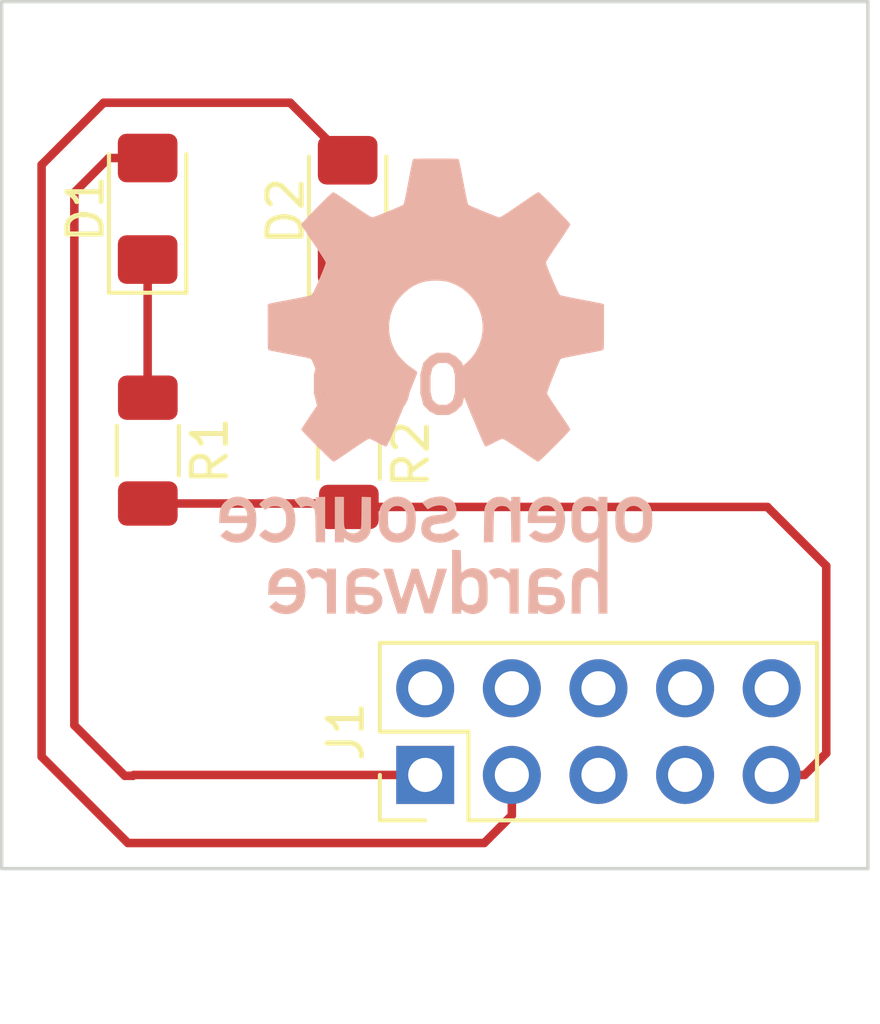
<source format=kicad_pcb>
(kicad_pcb (version 20211014) (generator pcbnew)
  (layers (0 "F.Cu" signal) (31 "B.Cu" signal) (34 "B.Paste" user) (35 "F.Paste" user) (36 "B.SilkS" user "B.Silkscreen") (37 "F.SilkS" user "F.Silkscreen") (38 "B.Mask" user) (39 "F.Mask" user) (44 "Edge.Cuts" user))
  (net 0 "")
  (net 1 "Net-(D1-Pad1)")
  (net 2 "Net-(D1-Pad2)")
  (net 3 "Net-(D2-Pad1)")
  (net 4 "Net-(D2-Pad2)")
  (net 11 "Net-(R1-Pad2)")
  (footprint "Resistor_SMD:R_1206_3216Metric_Pad1.30x1.75mm_HandSolder" (layer "F.Cu") (at 123.665 81.7325 -90)
    (fp_text reference "R1" (at 0 -1.82 90) (layer "F.SilkS"))
    (fp_text value "100")
    (pad "1" smd roundrect (at -1.55 0 270) (size 1.3 1.75) (layers "F.Cu" "F.Paste" "F.Mask") (roundrect_rratio 0.192308) (net 1 "Net-(D1-Pad1)"))
    (pad "2" smd roundrect (at 1.55 0 270) (size 1.3 1.75) (layers "F.Cu" "F.Paste" "F.Mask") (roundrect_rratio 0.192308) (net 11 "Net-(R1-Pad2)"))
  )
  (footprint "Resistor_SMD:R_1206_3216Metric_Pad1.30x1.75mm_HandSolder" (layer "F.Cu") (at 129.56 81.8325 -90)
    (fp_text reference "R2" (at 0 -1.82 90) (layer "F.SilkS"))
    (fp_text value "100")
    (pad "1" smd roundrect (at -1.55 0 270) (size 1.3 1.75) (layers "F.Cu" "F.Paste" "F.Mask") (roundrect_rratio 0.192308) (net 3 "Net-(D2-Pad1)"))
    (pad "2" smd roundrect (at 1.55 0 270) (size 1.3 1.75) (layers "F.Cu" "F.Paste" "F.Mask") (roundrect_rratio 0.192308) (net 11 "Net-(R1-Pad2)"))
  )
  (footprint "LED_SMD:LED_1206_3216Metric_Pad1.42x1.75mm_HandSolder" (layer "F.Cu") (at 123.66 74.6475 90)
    (fp_text reference "D1" (at 0 -1.82 90) (layer "F.SilkS"))
    (fp_text value "LED")
    (pad "1" smd roundrect (at -1.4875 0 90) (size 1.425 1.75) (layers "F.Cu" "F.Paste" "F.Mask") (roundrect_rratio 0.175439) (net 1 "Net-(D1-Pad1)"))
    (pad "2" smd roundrect (at 1.4875 0 90) (size 1.425 1.75) (layers "F.Cu" "F.Paste" "F.Mask") (roundrect_rratio 0.175439) (net 2 "Net-(D1-Pad2)"))
  )
  (footprint "Connector_PinHeader_2.54mm:PinHeader_2x05_P2.54mm_Vertical" (layer "F.Cu") (at 131.8 91.235 90)
    (fp_text reference "J1" (at 1.27 -2.33 90) (layer "F.SilkS"))
    (fp_text value "Conn_02x05_Odd_Even")
    (pad "1" thru_hole rect (at 0 0 90) (size 1.7 1.7) (drill 1) (layers *.Cu *.Mask) (net 2 "Net-(D1-Pad2)"))
    (pad "2" thru_hole oval (at 2.54 0 90) (size 1.7 1.7) (drill 1) (layers *.Cu *.Mask))
    (pad "3" thru_hole oval (at 0 2.54 90) (size 1.7 1.7) (drill 1) (layers *.Cu *.Mask) (net 4 "Net-(D2-Pad2)"))
    (pad "4" thru_hole oval (at 2.54 2.54 90) (size 1.7 1.7) (drill 1) (layers *.Cu *.Mask))
    (pad "5" thru_hole oval (at 0 5.08 90) (size 1.7 1.7) (drill 1) (layers *.Cu *.Mask))
    (pad "6" thru_hole oval (at 2.54 5.08 90) (size 1.7 1.7) (drill 1) (layers *.Cu *.Mask))
    (pad "7" thru_hole oval (at 0 7.62 90) (size 1.7 1.7) (drill 1) (layers *.Cu *.Mask))
    (pad "8" thru_hole oval (at 2.54 7.62 90) (size 1.7 1.7) (drill 1) (layers *.Cu *.Mask))
    (pad "9" thru_hole oval (at 0 10.16 90) (size 1.7 1.7) (drill 1) (layers *.Cu *.Mask) (net 11 "Net-(R1-Pad2)"))
    (pad "10" thru_hole oval (at 2.54 10.16 90) (size 1.7 1.7) (drill 1) (layers *.Cu *.Mask))
  )
  (footprint "LED_SMD:LED_1206_3216Metric_Pad1.42x1.75mm_HandSolder" (layer "F.Cu") (at 129.525 74.7125 90)
    (fp_text reference "D2" (at 0 -1.82 90) (layer "F.SilkS"))
    (fp_text value "LED")
    (pad "1" smd roundrect (at -1.4875 0 90) (size 1.425 1.75) (layers "F.Cu" "F.Paste" "F.Mask") (roundrect_rratio 0.175439) (net 3 "Net-(D2-Pad1)"))
    (pad "2" smd roundrect (at 1.4875 0 90) (size 1.425 1.75) (layers "F.Cu" "F.Paste" "F.Mask") (roundrect_rratio 0.175439) (net 4 "Net-(D2-Pad2)"))
  )
  (footprint "LOGO" (layer "B.Cu") (at 132.12 79.85 180)
    (fp_text reference "G***" hide)
    (fp_text value "LOGO" (at 0.75 0) (layer "B.SilkS") (effects (font (size 1.524 1.524) (thickness 0.3)) (justify mirror)))
  )
  (gr_line (start 144.78 93.98) (end 144.78 68.58) (layer "Edge.Cuts") (width 0.1))
  (gr_line (start 119.38 68.58) (end 119.38 93.98) (layer "Edge.Cuts") (width 0.1))
  (gr_line (start 144.78 68.58) (end 119.38 68.58) (layer "Edge.Cuts") (width 0.1))
  (gr_line (start 119.38 93.98) (end 144.78 93.98) (layer "Edge.Cuts") (width 0.1))
  (segment (start 123.66 80.1775) (end 123.665 80.1825) (width 0.25) (layer "F.Cu") (net 1))
  (segment (start 123.66 76.135) (end 123.66 80.1775) (width 0.25) (layer "F.Cu") (net 1))
  (segment (start 122.99 91.26) (end 121.51 89.78) (width 0.25) (layer "F.Cu") (net 2))
  (segment (start 123.23 91.26) (end 122.99 91.26) (width 0.25) (layer "F.Cu") (net 2))
  (segment (start 123.255 91.235) (end 123.23 91.26) (width 0.25) (layer "F.Cu") (net 2))
  (segment (start 122.52 73.16) (end 123.66 73.16) (width 0.25) (layer "F.Cu") (net 2))
  (segment (start 131.8 91.235) (end 123.255 91.235) (width 0.25) (layer "F.Cu") (net 2))
  (segment (start 121.51 89.78) (end 121.51 74.17) (width 0.25) (layer "F.Cu") (net 2))
  (segment (start 121.51 74.17) (end 122.52 73.16) (width 0.25) (layer "F.Cu") (net 2))
  (segment (start 129.525 80.2475) (end 129.56 80.2825) (width 0.25) (layer "F.Cu") (net 3))
  (segment (start 129.525 76.2) (end 129.525 80.2475) (width 0.25) (layer "F.Cu") (net 3))
  (segment (start 127.84 71.54) (end 129.525 73.225) (width 0.25) (layer "F.Cu") (net 4))
  (segment (start 122.37 71.54) (end 127.84 71.54) (width 0.25) (layer "F.Cu") (net 4))
  (segment (start 134.34 91.235) (end 134.34 92.42) (width 0.25) (layer "F.Cu") (net 4))
  (segment (start 120.55 90.7) (end 120.55 73.36) (width 0.25) (layer "F.Cu") (net 4))
  (segment (start 120.55 73.36) (end 122.37 71.54) (width 0.25) (layer "F.Cu") (net 4))
  (segment (start 133.53 93.23) (end 123.08 93.23) (width 0.25) (layer "F.Cu") (net 4))
  (segment (start 123.08 93.23) (end 120.55 90.7) (width 0.25) (layer "F.Cu") (net 4))
  (segment (start 134.34 92.42) (end 133.53 93.23) (width 0.25) (layer "F.Cu") (net 4))
  (segment (start 143.56 85.11) (end 143.56 90.6) (width 0.25) (layer "F.Cu") (net 11))
  (segment (start 123.665 83.2825) (end 129.46 83.2825) (width 0.25) (layer "F.Cu") (net 11))
  (segment (start 143.56 90.6) (end 142.925 91.235) (width 0.25) (layer "F.Cu") (net 11))
  (segment (start 129.56 83.3825) (end 141.8325 83.3825) (width 0.25) (layer "F.Cu") (net 11))
  (segment (start 142.925 91.235) (end 141.96 91.235) (width 0.25) (layer "F.Cu") (net 11))
  (segment (start 129.46 83.2825) (end 129.56 83.3825) (width 0.25) (layer "F.Cu") (net 11))
  (segment (start 141.8325 83.3825) (end 143.56 85.11) (width 0.25) (layer "F.Cu") (net 11))
)
</source>
